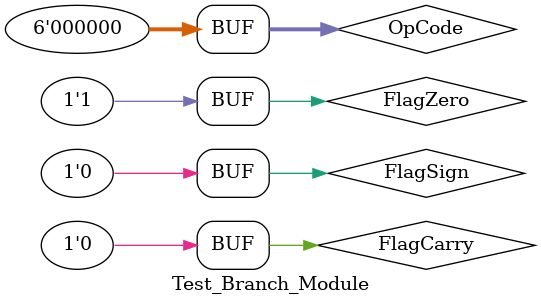
<source format=v>
`timescale 1ns / 1ps


module Test_Branch_Module;

	// Inputs
	reg [5:0] OpCode;
	reg FlagZero;
	reg FlagSign;
	reg FlagCarry;

	// Outputs
	wire FlagOutput;

	// Instantiate the Unit Under Test (UUT)
	Jump_Control uut (
		.OPCode(OpCode), 
		.FlagZero(FlagZero), 
		.FlagSign(FlagSign), 
		.FlagCarry(FlagCarry), 
		.FlagOutput(FlagOutput)
	);

	initial begin
		// Initialize Inputs
		OpCode = 0;
		FlagZero = 0;
		FlagSign = 0;
		FlagCarry = 0;

		// Wait 100 ns for global reset to finish
		#100;
		$monitor("OpCode = %b, FlagZero = %b, FlagSign = %b, FlagCarry = %b, out = %b", OpCode,FlagZero,FlagSign,FlagCarry,FlagOutput);
		OpCode = 6'b101000; #10; // op:b
		OpCode = 6'b100000; #10; // op:br
		OpCode = 6'b110000; FlagSign = 1; #10; //op:bltz rs < 0
		OpCode = 6'b110000; FlagSign = 0; #10; //op:bltz !rs < 0
		OpCode = 6'b110001; FlagZero = 1; #10; //op:bz rs == 0
		OpCode = 6'b110001; FlagZero = 0; #10; //op:bz rs != 0
		OpCode = 6'b110010; FlagZero = 0; #10; //op:bnz rs != 0
		OpCode = 6'b110010; FlagZero = 1; #10; //op:bnz rs == 0
		OpCode = 6'b101011; #10;  //op:bl
		OpCode = 6'b101001; FlagCarry = 1; #10; //op:bcy carry = 1
		OpCode = 6'b101010; FlagCarry = 0; #10; //op:bncy carry = 0
		OpCode = 6'b000000; #10;



	end
      
endmodule


</source>
